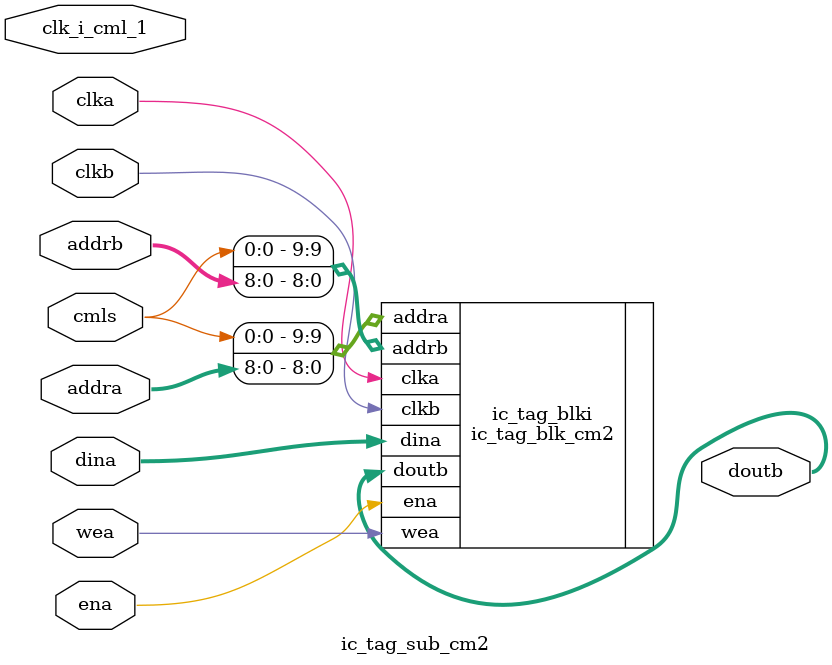
<source format=v>

/*******************************************************************************
*     This file is owned and controlled by Xilinx and must be used             *
*     solely for design, simulation, implementation and creation of            *
*     design files limited to Xilinx devices or technologies. Use              *
*     with non-Xilinx devices or technologies is expressly prohibited          *
*     and immediately terminates your license.                                 *
*                                                                              *
*     XILINX IS PROVIDING THIS DESIGN, CODE, OR INFORMATION "AS IS"            *
*     SOLELY FOR USE IN DEVELOPING PROGRAMS AND SOLUTIONS FOR                  *
*     XILINX DEVICES.  BY PROVIDING THIS DESIGN, CODE, OR INFORMATION          *
*     AS ONE POSSIBLE IMPLEMENTATION OF THIS FEATURE, APPLICATION              *
*     OR STANDARD, XILINX IS MAKING NO REPRESENTATION THAT THIS                *
*     IMPLEMENTATION IS FREE FROM ANY CLAIMS OF INFRINGEMENT,                  *
*     AND YOU ARE RESPONSIBLE FOR OBTAINING ANY RIGHTS YOU MAY REQUIRE         *
*     FOR YOUR IMPLEMENTATION.  XILINX EXPRESSLY DISCLAIMS ANY                 *
*     WARRANTY WHATSOEVER WITH RESPECT TO THE ADEQUACY OF THE                  *
*     IMPLEMENTATION, INCLUDING BUT NOT LIMITED TO ANY WARRANTIES OR           *
*     REPRESENTATIONS THAT THIS IMPLEMENTATION IS FREE FROM CLAIMS OF          *
*     INFRINGEMENT, IMPLIED WARRANTIES OF MERCHANTABILITY AND FITNESS          *
*     FOR A PARTICULAR PURPOSE.                                                *
*                                                                              *
*     Xilinx products are not intended for use in life support                 *
*     appliances, devices, or systems. Use in such applications are            *
*     expressly prohibited.                                                    *
*                                                                              *
*     (c) Copyright 1995-2009 Xilinx, Inc.                                     *
*     All rights reserved.                                                     *
*******************************************************************************/
// The synthesis directives "translate_off/translate_on" specified below are
// supported by Xilinx, Mentor Graphics and Synplicity synthesis
// tools. Ensure they are correct for your synthesis tool(s).

// You must compile the wrapper file ic_tag_blk.v when simulating
// the core, ic_tag_blk. When compiling the wrapper file, be sure to
// reference the XilinxCoreLib Verilog simulation library. For detailed
// instructions, please refer to the "CORE Generator Help".

`timescale 1ns/1ps

module ic_tag_sub_cm2(
		clk_i_cml_1,
		cmls,
		
	clka,
	ena,
	wea,
	addra,
	dina,
	clkb,
	addrb,
	doutb);


input clk_i_cml_1;
input cmls;




input clka;
input ena;
input [0 : 0] wea;
input [8 : 0] addra;
input [19 : 0] dina;
input clkb;
input [8 : 0] addrb;
output [19 : 0] doutb;

ic_tag_blk_cm2 ic_tag_blki(
	.clka(clka),
	.ena(ena),
	.wea(wea),
	.addra({cmls, addra}),
	.dina(dina),
	.clkb(clkb),
	.addrb({cmls, addrb}),
	.doutb(doutb));

endmodule



</source>
